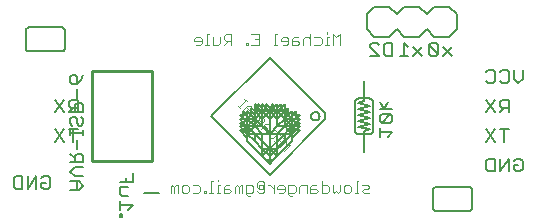
<source format=gbo>
G75*
G70*
%OFA0B0*%
%FSLAX24Y24*%
%IPPOS*%
%LPD*%
%AMOC8*
5,1,8,0,0,1.08239X$1,22.5*
%
%ADD10C,0.0070*%
%ADD11C,0.0030*%
%ADD12C,0.0060*%
%ADD13C,0.0050*%
%ADD14C,0.0080*%
%ADD15C,0.0100*%
D10*
X003926Y001878D02*
X003998Y001807D01*
X004213Y001807D01*
X004213Y002237D01*
X003998Y002237D01*
X003926Y002165D01*
X003926Y001878D01*
X004386Y001807D02*
X004386Y002237D01*
X004673Y002237D02*
X004386Y001807D01*
X004673Y001807D02*
X004673Y002237D01*
X004847Y002165D02*
X004918Y002237D01*
X005062Y002237D01*
X005134Y002165D01*
X005134Y001878D01*
X005062Y001807D01*
X004918Y001807D01*
X004847Y001878D01*
X004847Y002022D01*
X004990Y002022D01*
X007456Y002043D02*
X007887Y002043D01*
X007887Y002330D01*
X007671Y002187D02*
X007671Y002043D01*
X007743Y001870D02*
X007456Y001870D01*
X007456Y001654D01*
X007528Y001583D01*
X007743Y001583D01*
X007456Y001409D02*
X007456Y001122D01*
X007743Y001122D02*
X007887Y001266D01*
X007456Y001266D01*
X007456Y000964D02*
X007456Y000892D01*
X007528Y000892D01*
X007528Y000964D01*
X007456Y000964D01*
X005908Y003381D02*
X005908Y003812D01*
X006051Y003812D02*
X005764Y003812D01*
X005591Y003812D02*
X005304Y003381D01*
X005591Y003381D02*
X005304Y003812D01*
X005304Y004366D02*
X005591Y004796D01*
X005764Y004724D02*
X005764Y004581D01*
X005836Y004509D01*
X006051Y004509D01*
X005908Y004509D02*
X005764Y004366D01*
X005591Y004366D02*
X005304Y004796D01*
X005764Y004724D02*
X005836Y004796D01*
X006051Y004796D01*
X006051Y004366D01*
X015800Y006244D02*
X016087Y006244D01*
X015800Y006531D01*
X015800Y006602D01*
X015872Y006674D01*
X016016Y006674D01*
X016087Y006602D01*
X016261Y006602D02*
X016332Y006674D01*
X016548Y006674D01*
X016548Y006244D01*
X016332Y006244D01*
X016261Y006315D01*
X016261Y006602D01*
X016928Y006674D02*
X017072Y006531D01*
X017245Y006531D02*
X017532Y006244D01*
X017769Y006315D02*
X017841Y006244D01*
X017984Y006244D01*
X018056Y006315D01*
X017769Y006602D01*
X017769Y006315D01*
X018056Y006315D02*
X018056Y006602D01*
X017984Y006674D01*
X017841Y006674D01*
X017769Y006602D01*
X017532Y006531D02*
X017245Y006244D01*
X017072Y006244D02*
X016785Y006244D01*
X016928Y006244D02*
X016928Y006674D01*
X018229Y006531D02*
X018516Y006244D01*
X018516Y006531D02*
X018229Y006244D01*
X019674Y005709D02*
X019746Y005780D01*
X019889Y005780D01*
X019961Y005709D01*
X019961Y005422D01*
X019889Y005350D01*
X019746Y005350D01*
X019674Y005422D01*
X020134Y005422D02*
X020206Y005350D01*
X020349Y005350D01*
X020421Y005422D01*
X020421Y005709D01*
X020349Y005780D01*
X020206Y005780D01*
X020134Y005709D01*
X020595Y005780D02*
X020595Y005493D01*
X020738Y005350D01*
X020882Y005493D01*
X020882Y005780D01*
X020421Y004796D02*
X020206Y004796D01*
X020134Y004724D01*
X020134Y004581D01*
X020206Y004509D01*
X020421Y004509D01*
X020278Y004509D02*
X020134Y004366D01*
X019961Y004366D02*
X019674Y004796D01*
X019961Y004796D02*
X019674Y004366D01*
X020421Y004366D02*
X020421Y004796D01*
X020421Y003812D02*
X020134Y003812D01*
X020278Y003812D02*
X020278Y003381D01*
X019961Y003381D02*
X019674Y003812D01*
X019961Y003812D02*
X019674Y003381D01*
X019746Y002828D02*
X019961Y002828D01*
X019961Y002397D01*
X019746Y002397D01*
X019674Y002469D01*
X019674Y002756D01*
X019746Y002828D01*
X020134Y002828D02*
X020134Y002397D01*
X020421Y002828D01*
X020421Y002397D01*
X020595Y002469D02*
X020595Y002612D01*
X020738Y002612D01*
X020882Y002469D02*
X020882Y002756D01*
X020810Y002828D01*
X020666Y002828D01*
X020595Y002756D01*
X020595Y002469D02*
X020666Y002397D01*
X020810Y002397D01*
X020882Y002469D01*
X016548Y003705D02*
X016405Y003561D01*
X016548Y003705D02*
X016118Y003705D01*
X016118Y003848D02*
X016118Y003561D01*
X016189Y004022D02*
X016476Y004309D01*
X016189Y004309D01*
X016118Y004237D01*
X016118Y004093D01*
X016189Y004022D01*
X016476Y004022D01*
X016548Y004093D01*
X016548Y004237D01*
X016476Y004309D01*
X016548Y004482D02*
X016118Y004482D01*
X016261Y004482D02*
X016405Y004697D01*
X016261Y004482D02*
X016118Y004697D01*
D11*
X012934Y003480D02*
X012728Y003275D01*
X012592Y003412D01*
X012763Y003446D02*
X012831Y003377D01*
X012934Y003480D02*
X012797Y003617D01*
X012691Y003654D02*
X012554Y003517D01*
X012486Y003517D01*
X012417Y003586D01*
X012417Y003654D01*
X012486Y003723D01*
X012554Y003654D01*
X012691Y003654D02*
X012691Y003723D01*
X012623Y003791D01*
X012554Y003791D01*
X012448Y003828D02*
X012448Y003965D01*
X012312Y003965D01*
X012175Y003828D01*
X012277Y003931D02*
X012414Y003794D01*
X012448Y003828D02*
X012312Y003691D01*
X012138Y003934D02*
X012069Y003934D01*
X012001Y004002D01*
X012001Y004071D01*
X012035Y004105D01*
X012103Y004105D01*
X012172Y004037D01*
X012240Y004037D01*
X012274Y004071D01*
X012274Y004139D01*
X012206Y004208D01*
X012138Y004208D01*
X012103Y004173D01*
X012103Y004105D01*
X012172Y004037D02*
X012172Y003968D01*
X012138Y003934D01*
X011998Y004211D02*
X011861Y004348D01*
X011789Y004419D02*
X011652Y004556D01*
X011687Y004590D02*
X011550Y004453D01*
X011478Y004525D02*
X011410Y004593D01*
X011444Y004559D02*
X011649Y004764D01*
X011684Y004730D02*
X011615Y004798D01*
X011687Y004590D02*
X011823Y004590D01*
X011823Y004453D01*
X011687Y004316D01*
X012800Y003203D02*
X013005Y003408D01*
X013005Y003272D01*
X013142Y003272D01*
X012937Y003066D01*
X010746Y002128D02*
X010746Y002066D01*
X010562Y002066D02*
X010501Y002066D01*
X010501Y001696D01*
X010562Y001696D02*
X010439Y001696D01*
X010317Y001696D02*
X010317Y001758D01*
X010255Y001758D01*
X010255Y001696D01*
X010317Y001696D01*
X010133Y001758D02*
X010071Y001696D01*
X009886Y001696D01*
X009764Y001758D02*
X009703Y001696D01*
X009579Y001696D01*
X009518Y001758D01*
X009518Y001881D01*
X009579Y001943D01*
X009703Y001943D01*
X009764Y001881D01*
X009764Y001758D01*
X009886Y001943D02*
X010071Y001943D01*
X010133Y001881D01*
X010133Y001758D01*
X010685Y001696D02*
X010808Y001696D01*
X010746Y001696D02*
X010746Y001943D01*
X010808Y001943D01*
X010929Y001881D02*
X010929Y001696D01*
X011115Y001696D01*
X011176Y001758D01*
X011115Y001820D01*
X010929Y001820D01*
X010929Y001881D02*
X010991Y001943D01*
X011115Y001943D01*
X011298Y001881D02*
X011298Y001696D01*
X011421Y001696D02*
X011421Y001881D01*
X011360Y001943D01*
X011298Y001881D01*
X011421Y001881D02*
X011483Y001943D01*
X011545Y001943D01*
X011545Y001696D01*
X011666Y001696D02*
X011851Y001696D01*
X011913Y001758D01*
X011913Y001881D01*
X011851Y001943D01*
X011666Y001943D01*
X011666Y001634D01*
X011728Y001573D01*
X011790Y001573D01*
X012034Y001758D02*
X012096Y001696D01*
X012220Y001696D01*
X012281Y001758D01*
X012281Y002005D01*
X012220Y002066D01*
X012096Y002066D01*
X012034Y002005D01*
X012034Y001881D01*
X012096Y001820D01*
X012096Y001943D01*
X012220Y001943D01*
X012220Y001820D01*
X012096Y001820D01*
X012403Y001943D02*
X012465Y001943D01*
X012588Y001820D01*
X012710Y001820D02*
X012957Y001820D01*
X012957Y001881D02*
X012957Y001758D01*
X012895Y001696D01*
X012771Y001696D01*
X012588Y001696D02*
X012588Y001943D01*
X012710Y001881D02*
X012710Y001820D01*
X012710Y001881D02*
X012771Y001943D01*
X012895Y001943D01*
X012957Y001881D01*
X013078Y001943D02*
X013263Y001943D01*
X013325Y001881D01*
X013325Y001758D01*
X013263Y001696D01*
X013078Y001696D01*
X013078Y001634D02*
X013078Y001943D01*
X013446Y001881D02*
X013446Y001696D01*
X013693Y001696D02*
X013693Y001943D01*
X013508Y001943D01*
X013446Y001881D01*
X013815Y001881D02*
X013815Y001696D01*
X014000Y001696D01*
X014061Y001758D01*
X014000Y001820D01*
X013815Y001820D01*
X013815Y001881D02*
X013876Y001943D01*
X014000Y001943D01*
X014183Y001943D02*
X014368Y001943D01*
X014430Y001881D01*
X014430Y001758D01*
X014368Y001696D01*
X014183Y001696D01*
X014183Y002066D01*
X014551Y001943D02*
X014551Y001758D01*
X014613Y001696D01*
X014675Y001758D01*
X014736Y001696D01*
X014798Y001758D01*
X014798Y001943D01*
X014920Y001881D02*
X014981Y001943D01*
X015105Y001943D01*
X015166Y001881D01*
X015166Y001758D01*
X015105Y001696D01*
X014981Y001696D01*
X014920Y001758D01*
X014920Y001881D01*
X015350Y002066D02*
X015350Y001696D01*
X015289Y001696D02*
X015412Y001696D01*
X015533Y001758D02*
X015595Y001820D01*
X015719Y001820D01*
X015780Y001881D01*
X015719Y001943D01*
X015533Y001943D01*
X015412Y002066D02*
X015350Y002066D01*
X015533Y001758D02*
X015595Y001696D01*
X015780Y001696D01*
X013201Y001573D02*
X013140Y001573D01*
X013078Y001634D01*
X009396Y001696D02*
X009396Y001943D01*
X009334Y001943D01*
X009273Y001881D01*
X009211Y001943D01*
X009149Y001881D01*
X009149Y001696D01*
X009273Y001696D02*
X009273Y001881D01*
X010007Y006617D02*
X010130Y006617D01*
X010192Y006679D01*
X010192Y006803D01*
X010130Y006864D01*
X010007Y006864D01*
X009945Y006803D01*
X009945Y006741D01*
X010192Y006741D01*
X010314Y006617D02*
X010438Y006617D01*
X010376Y006617D02*
X010376Y006988D01*
X010438Y006988D01*
X010559Y006864D02*
X010559Y006617D01*
X010744Y006617D01*
X010806Y006679D01*
X010806Y006864D01*
X010927Y006926D02*
X010927Y006803D01*
X010989Y006741D01*
X011174Y006741D01*
X011051Y006741D02*
X010927Y006617D01*
X011174Y006617D02*
X011174Y006988D01*
X010989Y006988D01*
X010927Y006926D01*
X011665Y006679D02*
X011665Y006617D01*
X011727Y006617D01*
X011727Y006679D01*
X011665Y006679D01*
X011848Y006617D02*
X012095Y006617D01*
X012095Y006988D01*
X011848Y006988D01*
X011972Y006803D02*
X012095Y006803D01*
X012585Y006617D02*
X012709Y006617D01*
X012647Y006617D02*
X012647Y006988D01*
X012709Y006988D01*
X012892Y006864D02*
X012830Y006803D01*
X012830Y006741D01*
X013077Y006741D01*
X013077Y006679D02*
X013077Y006803D01*
X013016Y006864D01*
X012892Y006864D01*
X013199Y006803D02*
X013199Y006617D01*
X013384Y006617D01*
X013446Y006679D01*
X013384Y006741D01*
X013199Y006741D01*
X013199Y006803D02*
X013260Y006864D01*
X013384Y006864D01*
X013567Y006803D02*
X013567Y006617D01*
X013814Y006617D02*
X013814Y006988D01*
X013752Y006864D02*
X013629Y006864D01*
X013567Y006803D01*
X013752Y006864D02*
X013814Y006803D01*
X013935Y006864D02*
X014120Y006864D01*
X014182Y006803D01*
X014182Y006679D01*
X014120Y006617D01*
X013935Y006617D01*
X014304Y006617D02*
X014428Y006617D01*
X014366Y006617D02*
X014366Y006864D01*
X014428Y006864D01*
X014366Y006988D02*
X014366Y007049D01*
X014549Y006988D02*
X014549Y006617D01*
X014796Y006617D02*
X014796Y006988D01*
X014673Y006864D01*
X014549Y006988D01*
X013077Y006679D02*
X013016Y006617D01*
X012892Y006617D01*
D12*
X012449Y006192D02*
X014301Y004339D01*
X014301Y004141D01*
X012449Y002289D01*
X010497Y004240D01*
X012449Y006192D01*
X013835Y004240D02*
X013837Y004263D01*
X013843Y004286D01*
X013852Y004307D01*
X013865Y004327D01*
X013881Y004344D01*
X013899Y004358D01*
X013919Y004369D01*
X013941Y004377D01*
X013964Y004381D01*
X013988Y004381D01*
X014011Y004377D01*
X014033Y004369D01*
X014053Y004358D01*
X014071Y004344D01*
X014087Y004327D01*
X014100Y004307D01*
X014109Y004286D01*
X014115Y004263D01*
X014117Y004240D01*
X014115Y004217D01*
X014109Y004194D01*
X014100Y004173D01*
X014087Y004153D01*
X014071Y004136D01*
X014053Y004122D01*
X014033Y004111D01*
X014011Y004103D01*
X013988Y004099D01*
X013964Y004099D01*
X013941Y004103D01*
X013919Y004111D01*
X013899Y004122D01*
X013881Y004136D01*
X013865Y004153D01*
X013852Y004173D01*
X013843Y004194D01*
X013837Y004217D01*
X013835Y004240D01*
X018001Y001884D02*
X019101Y001884D01*
X019118Y001882D01*
X019135Y001878D01*
X019151Y001871D01*
X019165Y001861D01*
X019178Y001848D01*
X019188Y001834D01*
X019195Y001818D01*
X019199Y001801D01*
X019201Y001784D01*
X019201Y001184D01*
X019199Y001167D01*
X019195Y001150D01*
X019188Y001134D01*
X019178Y001120D01*
X019165Y001107D01*
X019151Y001097D01*
X019135Y001090D01*
X019118Y001086D01*
X019101Y001084D01*
X018001Y001084D01*
X017984Y001086D01*
X017967Y001090D01*
X017951Y001097D01*
X017937Y001107D01*
X017924Y001120D01*
X017914Y001134D01*
X017907Y001150D01*
X017903Y001167D01*
X017901Y001184D01*
X017901Y001784D01*
X017903Y001801D01*
X017907Y001818D01*
X017914Y001834D01*
X017924Y001848D01*
X017937Y001861D01*
X017951Y001871D01*
X017967Y001878D01*
X017984Y001882D01*
X018001Y001884D01*
X006248Y001927D02*
X006101Y001780D01*
X005808Y001780D01*
X006028Y001780D02*
X006028Y002074D01*
X006101Y002074D02*
X005808Y002074D01*
X005954Y002240D02*
X005808Y002387D01*
X005954Y002534D01*
X006248Y002534D01*
X006248Y002701D02*
X005808Y002701D01*
X005954Y002701D02*
X005954Y002921D01*
X006028Y002994D01*
X006175Y002994D01*
X006248Y002921D01*
X006248Y002701D01*
X005954Y002848D02*
X005808Y002994D01*
X006028Y003161D02*
X006028Y003455D01*
X006248Y003622D02*
X006248Y003768D01*
X006248Y003695D02*
X005808Y003695D01*
X005808Y003622D02*
X005808Y003768D01*
X005881Y003929D02*
X005808Y004002D01*
X005808Y004149D01*
X005881Y004222D01*
X005954Y004222D01*
X006028Y004149D01*
X006028Y004002D01*
X006101Y003929D01*
X006175Y003929D01*
X006248Y004002D01*
X006248Y004149D01*
X006175Y004222D01*
X006248Y004389D02*
X005808Y004389D01*
X005954Y004389D02*
X005954Y004609D01*
X006028Y004683D01*
X006175Y004683D01*
X006248Y004609D01*
X006248Y004389D01*
X006028Y004849D02*
X006028Y005143D01*
X006028Y005310D02*
X006028Y005530D01*
X005954Y005603D01*
X005881Y005603D01*
X005808Y005530D01*
X005808Y005383D01*
X005881Y005310D01*
X006028Y005310D01*
X006175Y005457D01*
X006248Y005603D01*
X005519Y006399D02*
X004419Y006399D01*
X004402Y006401D01*
X004385Y006405D01*
X004369Y006412D01*
X004355Y006422D01*
X004342Y006435D01*
X004332Y006449D01*
X004325Y006465D01*
X004321Y006482D01*
X004319Y006499D01*
X004319Y007099D01*
X004321Y007116D01*
X004325Y007133D01*
X004332Y007149D01*
X004342Y007163D01*
X004355Y007176D01*
X004369Y007186D01*
X004385Y007193D01*
X004402Y007197D01*
X004419Y007199D01*
X005519Y007199D01*
X005536Y007197D01*
X005553Y007193D01*
X005569Y007186D01*
X005583Y007176D01*
X005596Y007163D01*
X005606Y007149D01*
X005613Y007133D01*
X005617Y007116D01*
X005619Y007099D01*
X005619Y006499D01*
X005617Y006482D01*
X005613Y006465D01*
X005606Y006449D01*
X005596Y006435D01*
X005583Y006422D01*
X005569Y006412D01*
X005553Y006405D01*
X005536Y006401D01*
X005519Y006399D01*
X005954Y002240D02*
X006248Y002240D01*
X006101Y002074D02*
X006248Y001927D01*
D13*
X011449Y003775D02*
X011574Y003775D01*
X011949Y004150D01*
X012199Y004400D01*
X012699Y004400D01*
X012949Y004150D01*
X013324Y003775D01*
X013074Y003775D01*
X012949Y003650D01*
X012949Y003400D01*
X013199Y003650D01*
X013199Y003900D01*
X013199Y004150D01*
X013074Y004275D01*
X013074Y004400D01*
X013074Y004525D01*
X012949Y004400D01*
X012824Y004525D01*
X012824Y004650D01*
X012699Y004525D01*
X012699Y004650D01*
X012574Y004525D01*
X012699Y004400D01*
X012949Y004400D01*
X012699Y004150D01*
X012449Y004400D01*
X012199Y004150D01*
X011949Y004400D01*
X011824Y004525D01*
X011824Y004400D01*
X011824Y004275D01*
X011699Y004150D01*
X011574Y004025D01*
X011449Y004025D01*
X011574Y003900D01*
X011449Y003900D01*
X011574Y003775D01*
X011824Y003775D01*
X011949Y003650D01*
X011949Y003400D01*
X011699Y003650D01*
X011699Y003900D01*
X011699Y004150D01*
X011949Y004150D01*
X011949Y003900D01*
X012199Y003650D01*
X012199Y002900D01*
X012949Y003650D01*
X013199Y003650D01*
X013199Y003525D01*
X013449Y003775D01*
X013324Y003775D01*
X013449Y003900D01*
X013324Y003900D01*
X013449Y004025D01*
X013324Y004025D01*
X013199Y004150D01*
X012949Y004150D01*
X012949Y003900D01*
X012699Y003650D01*
X012699Y003150D01*
X012699Y002900D01*
X011949Y003650D01*
X011699Y003650D01*
X011699Y003525D01*
X011449Y003775D01*
X011574Y003775D02*
X011699Y003650D01*
X011824Y003775D01*
X011699Y003900D01*
X011574Y004025D01*
X011449Y004150D01*
X011574Y004150D01*
X011449Y004275D01*
X011574Y004275D01*
X011574Y004400D01*
X011699Y004275D01*
X011574Y004275D01*
X011574Y004150D01*
X011699Y004150D01*
X011699Y004275D01*
X011699Y004400D01*
X011824Y004275D01*
X011949Y004150D01*
X011949Y004275D01*
X011824Y004400D01*
X011949Y004400D02*
X011949Y004275D01*
X011949Y004400D02*
X012074Y004525D01*
X012074Y004650D01*
X012199Y004525D01*
X012199Y004400D01*
X011949Y004400D01*
X011949Y004650D01*
X012074Y004525D01*
X012199Y004400D01*
X012324Y004525D01*
X012324Y004650D01*
X012449Y004525D01*
X012449Y004400D01*
X012449Y004150D01*
X012699Y004400D01*
X012699Y004525D01*
X012824Y004525D02*
X012949Y004650D01*
X012949Y004400D01*
X012949Y004275D01*
X013074Y004400D01*
X013199Y004400D02*
X013199Y004275D01*
X013324Y004400D01*
X013324Y004275D01*
X013449Y004275D01*
X013324Y004150D01*
X013324Y004275D01*
X013199Y004275D01*
X013199Y004150D01*
X013324Y004150D01*
X013449Y004150D01*
X013324Y004025D01*
X013199Y003900D01*
X013074Y003775D01*
X013199Y003650D01*
X013324Y003775D01*
X013324Y003900D02*
X013199Y003900D01*
X012949Y003900D01*
X013074Y003775D01*
X012949Y003900D02*
X013199Y004150D01*
X013074Y004275D02*
X012949Y004150D01*
X012949Y004275D01*
X013074Y004275D02*
X013199Y004400D01*
X012824Y004525D02*
X012699Y004400D01*
X012699Y004150D01*
X012699Y003900D01*
X012949Y003900D01*
X012699Y003900D02*
X012949Y004150D01*
X012449Y004150D02*
X012199Y004400D01*
X012199Y004150D01*
X012199Y003900D01*
X011949Y003900D01*
X011824Y003775D01*
X011949Y003900D02*
X011699Y003900D01*
X011574Y003900D01*
X011699Y004150D02*
X011949Y003900D01*
X012199Y003900D02*
X011949Y004150D01*
X012449Y004150D02*
X012449Y003650D01*
X012699Y003650D01*
X012949Y003650D01*
X013199Y003525D02*
X013199Y003400D01*
X012699Y002900D01*
X012574Y002775D01*
X012324Y002775D01*
X012199Y002900D01*
X011699Y003400D01*
X011699Y003525D01*
X011949Y003650D02*
X012199Y003650D01*
X012449Y003650D01*
X012699Y003900D01*
X012449Y003650D02*
X012199Y003900D01*
X012449Y003650D02*
X012449Y002900D01*
X012699Y003150D01*
X012199Y003150D01*
X011949Y003400D01*
X012199Y003150D02*
X012449Y002900D01*
X012449Y002650D01*
X012324Y002775D01*
X012449Y002650D02*
X012574Y002775D01*
X012699Y003150D02*
X012949Y003400D01*
X015303Y003750D02*
X015303Y004731D01*
X015305Y004748D01*
X015309Y004765D01*
X015316Y004781D01*
X015326Y004795D01*
X015339Y004808D01*
X015353Y004818D01*
X015369Y004825D01*
X015386Y004829D01*
X015403Y004831D01*
X015794Y004831D01*
X015811Y004829D01*
X015828Y004825D01*
X015844Y004818D01*
X015858Y004808D01*
X015871Y004795D01*
X015881Y004781D01*
X015888Y004765D01*
X015892Y004748D01*
X015894Y004731D01*
X015894Y003750D01*
X015892Y003733D01*
X015888Y003716D01*
X015881Y003700D01*
X015871Y003686D01*
X015858Y003673D01*
X015844Y003663D01*
X015828Y003656D01*
X015811Y003652D01*
X015794Y003650D01*
X015403Y003650D01*
X015386Y003652D01*
X015369Y003656D01*
X015353Y003663D01*
X015339Y003673D01*
X015326Y003686D01*
X015316Y003700D01*
X015309Y003716D01*
X015305Y003733D01*
X015303Y003750D01*
X015598Y003748D02*
X015598Y003051D01*
X015598Y003748D02*
X015795Y003797D01*
X015402Y003896D01*
X015795Y003994D01*
X015402Y004093D01*
X015795Y004191D01*
X015402Y004289D01*
X015795Y004388D01*
X015402Y004486D01*
X015795Y004585D01*
X015402Y004683D01*
X015598Y004732D01*
X015598Y005429D01*
X012574Y004650D02*
X012449Y004525D01*
X012574Y004525D02*
X012574Y004650D01*
X012574Y004525D02*
X012449Y004400D01*
X012324Y004525D01*
X012199Y004650D01*
X012199Y004525D01*
D14*
X015689Y007140D02*
X015939Y006890D01*
X016439Y006890D01*
X016689Y007140D01*
X016939Y006890D01*
X017439Y006890D01*
X017689Y007140D01*
X017939Y006890D01*
X018439Y006890D01*
X018689Y007140D01*
X018689Y007640D01*
X018439Y007890D01*
X017939Y007890D01*
X017689Y007640D01*
X017439Y007890D01*
X016939Y007890D01*
X016689Y007640D01*
X016439Y007890D01*
X015939Y007890D01*
X015689Y007640D01*
X015689Y007140D01*
X008762Y001673D02*
X008262Y001673D01*
D15*
X008528Y002740D02*
X006528Y002740D01*
X006528Y005740D01*
X008528Y005740D01*
X008528Y002740D01*
M02*

</source>
